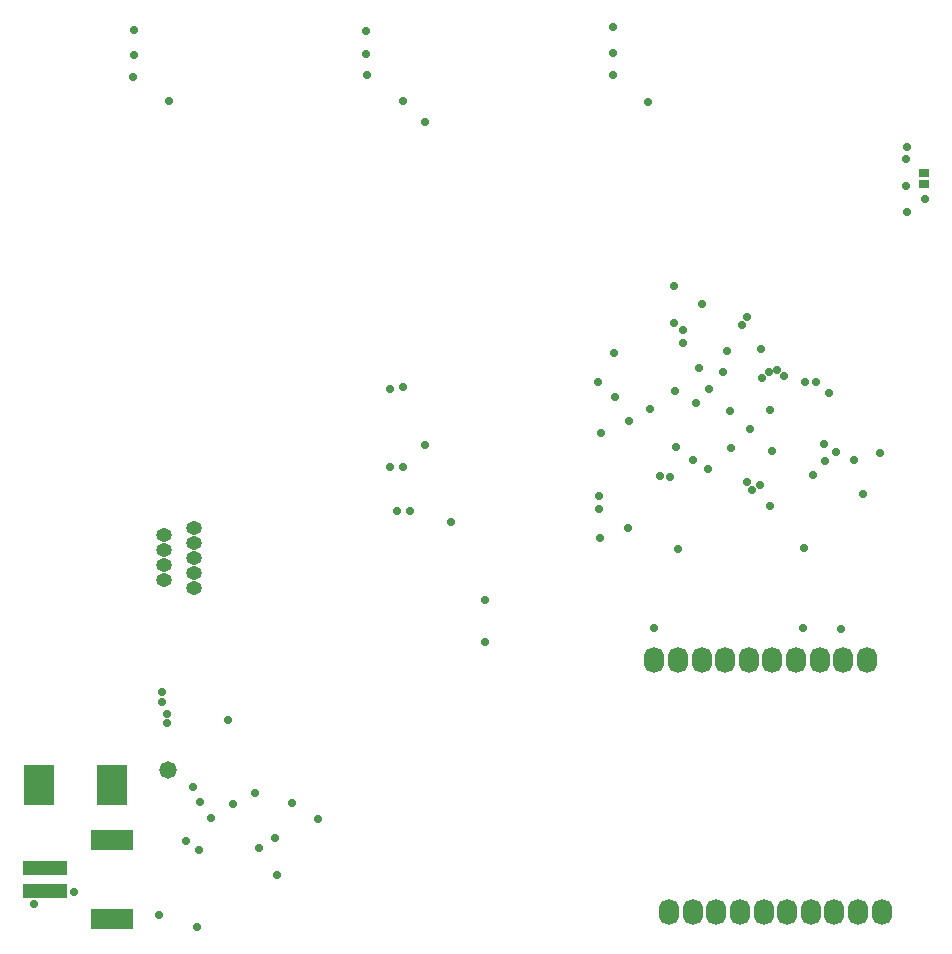
<source format=gbr>
G04*
G04 #@! TF.GenerationSoftware,Altium Limited,Altium Designer,24.4.1 (13)*
G04*
G04 Layer_Color=16711935*
%FSLAX44Y44*%
%MOMM*%
G71*
G04*
G04 #@! TF.SameCoordinates,85F95AA7-1CD2-4A53-B858-D1680FFA15A6*
G04*
G04*
G04 #@! TF.FilePolarity,Negative*
G04*
G01*
G75*
%ADD56R,0.8432X0.8032*%
%ADD71O,1.7032X2.2032*%
%ADD72O,1.3208X1.1684*%
%ADD73C,0.7032*%
%ADD74C,1.4732*%
%ADD89R,2.6532X3.3532*%
%ADD90R,3.6032X1.7032*%
%ADD91R,3.7032X1.2032*%
D56*
X769000Y638350D02*
D03*
Y647150D02*
D03*
D71*
X720500Y235000D02*
D03*
X680500D02*
D03*
X660500D02*
D03*
X640500D02*
D03*
X580500D02*
D03*
X560500D02*
D03*
X540500D02*
D03*
X600500D02*
D03*
X620500D02*
D03*
X700500D02*
D03*
X733000Y21500D02*
D03*
X693000D02*
D03*
X673000D02*
D03*
X653000D02*
D03*
X593000D02*
D03*
X573000D02*
D03*
X553000D02*
D03*
X613000D02*
D03*
X633000D02*
D03*
X713000D02*
D03*
D72*
X150650Y295900D02*
D03*
Y308600D02*
D03*
Y321300D02*
D03*
Y334000D02*
D03*
Y346700D02*
D03*
X125250Y302250D02*
D03*
Y314950D02*
D03*
Y327650D02*
D03*
Y340350D02*
D03*
D73*
X165250Y100900D02*
D03*
X155750Y114750D02*
D03*
X153750Y8750D02*
D03*
X256000Y100000D02*
D03*
X144250Y82000D02*
D03*
X154850Y73850D02*
D03*
X15500Y28000D02*
D03*
X49500Y38500D02*
D03*
X640000Y412000D02*
D03*
X605500Y414500D02*
D03*
X638750Y447000D02*
D03*
X604250Y445750D02*
D03*
X621500Y430250D02*
D03*
X638500Y365000D02*
D03*
X586250Y396500D02*
D03*
X619250Y525500D02*
D03*
X614500Y518250D02*
D03*
X602000Y496250D02*
D03*
X581250Y536500D02*
D03*
X564750Y503250D02*
D03*
X564500Y514000D02*
D03*
X553750Y390250D02*
D03*
X545750Y390500D02*
D03*
X518250Y346750D02*
D03*
X519000Y437250D02*
D03*
X494000Y373500D02*
D03*
Y362500D02*
D03*
X494250Y338250D02*
D03*
X637388Y478362D02*
D03*
X587000Y464500D02*
D03*
X599000Y479000D02*
D03*
X631250Y498250D02*
D03*
X557750Y462750D02*
D03*
X537000Y447750D02*
D03*
X495000Y427000D02*
D03*
X578000Y482000D02*
D03*
X573000Y404250D02*
D03*
X650500Y475500D02*
D03*
X644750Y480250D02*
D03*
X631500Y474000D02*
D03*
X667000Y329750D02*
D03*
X560750Y328500D02*
D03*
X619000Y385750D02*
D03*
X623500Y378750D02*
D03*
X507500Y457750D02*
D03*
X629750Y382750D02*
D03*
X368000Y352000D02*
D03*
X322250Y361000D02*
D03*
X334000Y360750D02*
D03*
X100000Y747500D02*
D03*
X99500Y728500D02*
D03*
X99750Y768000D02*
D03*
X505500Y730250D02*
D03*
Y748750D02*
D03*
Y770750D02*
D03*
X296750Y748250D02*
D03*
X297000Y730500D02*
D03*
X296750Y767250D02*
D03*
X557000Y520500D02*
D03*
X709500Y404000D02*
D03*
X732000Y410250D02*
D03*
X685000Y403750D02*
D03*
X684500Y418000D02*
D03*
X666750Y261750D02*
D03*
X674500Y391500D02*
D03*
X540250Y261750D02*
D03*
X694000Y411000D02*
D03*
X698750Y261250D02*
D03*
X688250Y461000D02*
D03*
X754500Y614250D02*
D03*
X754000Y636500D02*
D03*
X769750Y625500D02*
D03*
X677750Y470250D02*
D03*
X753500Y658750D02*
D03*
X575750Y452500D02*
D03*
X506750Y494500D02*
D03*
X493250Y470250D02*
D03*
X346750Y417250D02*
D03*
X754370Y669250D02*
D03*
X717000Y375269D02*
D03*
X202750Y122500D02*
D03*
X328000Y398250D02*
D03*
X327500Y466000D02*
D03*
X316750Y464000D02*
D03*
X233750Y114000D02*
D03*
X121500Y18750D02*
D03*
X557000Y551750D02*
D03*
X180000Y184250D02*
D03*
X127750Y181750D02*
D03*
X128000Y189500D02*
D03*
X123750Y199500D02*
D03*
Y207750D02*
D03*
X221000Y52750D02*
D03*
X219750Y84000D02*
D03*
X184000Y113250D02*
D03*
X205500Y76000D02*
D03*
X149750Y127500D02*
D03*
X316750Y398250D02*
D03*
X769000Y647150D02*
D03*
X397250Y286000D02*
D03*
X397500Y250500D02*
D03*
X667750Y470250D02*
D03*
X558500Y415500D02*
D03*
X346750Y690250D02*
D03*
X535250Y707500D02*
D03*
X129500Y708250D02*
D03*
X327498Y708082D02*
D03*
D74*
X128750Y142000D02*
D03*
D89*
X81500Y128750D02*
D03*
X19500D02*
D03*
D90*
X81750Y15500D02*
D03*
Y82500D02*
D03*
D91*
X24250Y39000D02*
D03*
Y59000D02*
D03*
M02*

</source>
